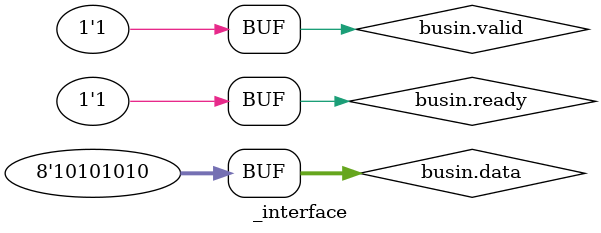
<source format=sv>
interface bus;
  logic [7:0] data;
  logic       valid;
  logic       ready;
endinterface

module _interface;
  bus busin();
  
  always_comb begin
    if (busin.valid)
      busin.ready = 1;
    else
      busin.ready = 0;
  end
  
  initial begin
    busin.valid = 1;
    busin.data  = 8'hAA;
  end 
  
endmodule

</source>
